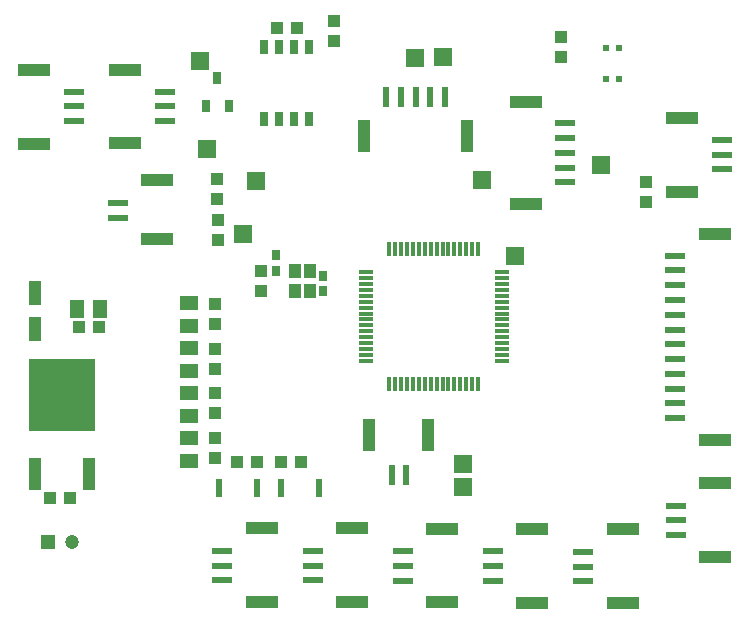
<source format=gbr>
%TF.GenerationSoftware,Novarm,DipTrace,3.2.0.1*%
%TF.CreationDate,2018-02-10T21:45:32-05:00*%
%FSLAX26Y26*%
%MOIN*%
%TF.FileFunction,Soldermask,Top*%
%TF.Part,Single*%
%ADD20R,0.059055X0.059055*%
%ADD21R,0.021654X0.059055*%
%ADD22R,0.043307X0.03937*%
%ADD23R,0.03937X0.043307*%
%ADD24R,0.03937X0.07874*%
%ADD25R,0.027559X0.035433*%
%ADD27R,0.031496X0.041339*%
%ADD28R,0.059055X0.051181*%
%ADD29R,0.051181X0.059055*%
%ADD30R,0.110236X0.03937*%
%ADD31R,0.066929X0.023622*%
%ADD32R,0.03937X0.110236*%
%ADD33R,0.023622X0.066929*%
%ADD34R,0.047244X0.047244*%
%ADD35C,0.047244*%
%ADD36R,0.022441X0.018898*%
%ADD38R,0.047244X0.011811*%
%ADD39R,0.011811X0.047244*%
%ADD41R,0.03X0.045*%
%ADD43R,0.03937X0.108268*%
%ADD44R,0.218504X0.242126*%
%ADD45R,0.03937X0.047244*%
G75*
G01*
%LPD*%
D20*
X2138878Y968203D3*
Y1043007D3*
D21*
X1451804Y962508D3*
X1323852D3*
X1530545D3*
X1658497D3*
D24*
X711974Y1613386D3*
Y1495276D3*
D25*
X1513736Y1738974D3*
Y1687793D3*
X1669970Y1670231D3*
Y1619050D3*
D23*
X2463675Y2467538D3*
Y2400609D3*
D22*
X1584249Y2496255D3*
X1517320D3*
X761975Y930579D3*
X828904D3*
D20*
X1284547Y2094188D3*
X1260925Y2385526D3*
D27*
X1281563Y2236285D3*
X1356366D3*
X1318965Y2330773D3*
D28*
X1223478Y1354625D3*
Y1429428D3*
Y1204625D3*
Y1279428D3*
Y1054625D3*
Y1129428D3*
Y1504625D3*
Y1579428D3*
D29*
X927332Y1561882D3*
X852529D3*
D20*
X1448180Y1987888D3*
X1405808Y1809928D3*
D30*
X2977692Y1124030D3*
Y1811038D3*
D31*
X2845802Y1492140D3*
Y1246077D3*
Y1295290D3*
Y1196865D3*
Y1344503D3*
Y1393715D3*
Y1541353D3*
Y1442928D3*
Y1590566D3*
Y1639778D3*
Y1688991D3*
Y1738203D3*
D30*
X1118698Y1792341D3*
Y1989192D3*
D31*
X986808Y1865176D3*
Y1914388D3*
D30*
X1466794Y582810D3*
Y828873D3*
D31*
X1334904Y655644D3*
Y704857D3*
Y754070D3*
D30*
X1768130Y582904D3*
Y828967D3*
D31*
X1636240Y655739D3*
Y704951D3*
Y754164D3*
D30*
X2068446Y582286D3*
Y828349D3*
D31*
X1936556Y655121D3*
Y704333D3*
Y753546D3*
D30*
X2368686Y581929D3*
Y827992D3*
D31*
X2236797Y654764D3*
Y703976D3*
Y753189D3*
D30*
X2671412Y579806D3*
Y825869D3*
D31*
X2539522Y652640D3*
Y701853D3*
Y751066D3*
D30*
X2978719Y734125D3*
Y980188D3*
D31*
X2846829Y806959D3*
Y856172D3*
Y905385D3*
D30*
X2868640Y2197068D3*
Y1951005D3*
D31*
X3000530Y2124234D3*
Y2075021D3*
Y2025808D3*
D32*
X1808974Y2136728D3*
X2151493D3*
D33*
X1931021Y2268618D3*
X1980234D3*
X1881808D3*
X2029446D3*
X2078659D3*
D30*
X1011093Y2358332D3*
Y2112269D3*
D31*
X1142983Y2285497D3*
Y2236285D3*
Y2187072D3*
D30*
X2346900Y2252178D3*
Y1909659D3*
D31*
X2478790Y2130131D3*
Y2080919D3*
Y2179344D3*
Y2031706D3*
Y1982493D3*
D34*
X756085Y785315D3*
D35*
X834825D3*
D32*
X2021703Y1139315D3*
X1824853D3*
D33*
X1948869Y1007425D3*
X1899656D3*
D30*
X709203Y2358066D3*
Y2112003D3*
D31*
X841093Y2285231D3*
Y2236018D3*
Y2186806D3*
D22*
X1597474Y1049122D3*
X1530545D3*
X1384875D3*
X1451804D3*
D23*
X1318293Y1926199D3*
Y1993129D3*
X1319974Y1857929D3*
Y1791000D3*
X1310982Y1062696D3*
Y1129625D3*
Y1212696D3*
Y1279625D3*
X1310980Y1360875D3*
Y1427804D3*
Y1510875D3*
Y1577804D3*
X1463741Y1620236D3*
Y1687165D3*
X1706623Y2454367D3*
Y2521297D3*
D22*
X924474Y1498983D3*
X857545D3*
D23*
X2747944Y1917382D3*
Y1984311D3*
D36*
X2658866Y2325861D3*
Y2429010D3*
X2613197Y2325861D3*
Y2429010D3*
D20*
X2312106Y1735920D3*
X2599490Y2039070D3*
D38*
X1813814Y1683311D3*
Y1663626D3*
Y1643941D3*
Y1624256D3*
Y1604571D3*
Y1584886D3*
Y1565201D3*
Y1545516D3*
Y1525831D3*
Y1506146D3*
Y1486461D3*
Y1466776D3*
Y1447091D3*
Y1427406D3*
Y1407720D3*
Y1388035D3*
D39*
X1892554Y1309295D3*
X1912239D3*
X1931924D3*
X1951609D3*
X1971294D3*
X1990979D3*
X2010664D3*
X2030349D3*
X2050034D3*
X2069719D3*
X2089404D3*
X2109089D3*
X2128774D3*
X2148459D3*
X2168144D3*
X2187829D3*
D38*
X2266570Y1388035D3*
Y1407720D3*
Y1427406D3*
Y1447091D3*
Y1466776D3*
Y1486461D3*
Y1506146D3*
Y1525831D3*
Y1545516D3*
Y1565201D3*
Y1584886D3*
Y1604571D3*
Y1624256D3*
Y1643941D3*
Y1663626D3*
Y1683311D3*
D39*
X2187829Y1762051D3*
X2168144D3*
X2148459D3*
X2128774D3*
X2109089D3*
X2089404D3*
X2069719D3*
X2050034D3*
X2030349D3*
X2010664D3*
X1990979D3*
X1971294D3*
X1951609D3*
X1931924D3*
X1912239D3*
X1892554D3*
D41*
X1623864Y2434535D3*
X1573864D3*
X1523864D3*
X1473864D3*
Y2194037D3*
X1523864D3*
X1573864D3*
X1623864D3*
D43*
X712335Y1010318D3*
X891862D3*
D44*
X802098Y1274097D3*
D20*
X1977461Y2395895D3*
X2071949Y2399832D3*
X2201870Y1988971D3*
D45*
X1576241Y1621925D3*
X1627423D3*
X1576241Y1688854D3*
X1627423D3*
M02*

</source>
